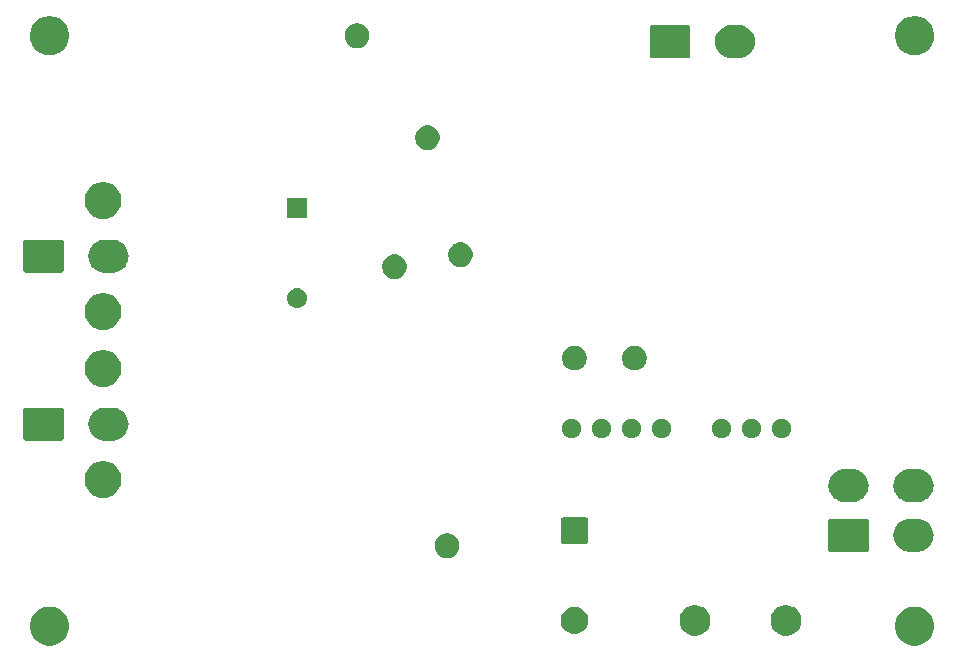
<source format=gbs>
G04 #@! TF.GenerationSoftware,KiCad,Pcbnew,(5.1.2)-2*
G04 #@! TF.CreationDate,2019-08-12T14:05:45+10:00*
G04 #@! TF.ProjectId,TSAL-HVM,5453414c-2d48-4564-9d2e-6b696361645f,rev?*
G04 #@! TF.SameCoordinates,Original*
G04 #@! TF.FileFunction,Soldermask,Bot*
G04 #@! TF.FilePolarity,Negative*
%FSLAX46Y46*%
G04 Gerber Fmt 4.6, Leading zero omitted, Abs format (unit mm)*
G04 Created by KiCad (PCBNEW (5.1.2)-2) date 2019-08-12 14:05:45*
%MOMM*%
%LPD*%
G04 APERTURE LIST*
%ADD10C,0.100000*%
G04 APERTURE END LIST*
D10*
G36*
X125695256Y-92841298D02*
G01*
X125801579Y-92862447D01*
X126102042Y-92986903D01*
X126372451Y-93167585D01*
X126602415Y-93397549D01*
X126783097Y-93667958D01*
X126907553Y-93968421D01*
X126971000Y-94287391D01*
X126971000Y-94612609D01*
X126907553Y-94931579D01*
X126783097Y-95232042D01*
X126602415Y-95502451D01*
X126372451Y-95732415D01*
X126102042Y-95913097D01*
X125801579Y-96037553D01*
X125695256Y-96058702D01*
X125482611Y-96101000D01*
X125157389Y-96101000D01*
X124944744Y-96058702D01*
X124838421Y-96037553D01*
X124537958Y-95913097D01*
X124267549Y-95732415D01*
X124037585Y-95502451D01*
X123856903Y-95232042D01*
X123732447Y-94931579D01*
X123669000Y-94612609D01*
X123669000Y-94287391D01*
X123732447Y-93968421D01*
X123856903Y-93667958D01*
X124037585Y-93397549D01*
X124267549Y-93167585D01*
X124537958Y-92986903D01*
X124838421Y-92862447D01*
X124944744Y-92841298D01*
X125157389Y-92799000D01*
X125482611Y-92799000D01*
X125695256Y-92841298D01*
X125695256Y-92841298D01*
G37*
G36*
X52445256Y-92841298D02*
G01*
X52551579Y-92862447D01*
X52852042Y-92986903D01*
X53122451Y-93167585D01*
X53352415Y-93397549D01*
X53533097Y-93667958D01*
X53657553Y-93968421D01*
X53721000Y-94287391D01*
X53721000Y-94612609D01*
X53657553Y-94931579D01*
X53533097Y-95232042D01*
X53352415Y-95502451D01*
X53122451Y-95732415D01*
X52852042Y-95913097D01*
X52551579Y-96037553D01*
X52445256Y-96058702D01*
X52232611Y-96101000D01*
X51907389Y-96101000D01*
X51694744Y-96058702D01*
X51588421Y-96037553D01*
X51287958Y-95913097D01*
X51017549Y-95732415D01*
X50787585Y-95502451D01*
X50606903Y-95232042D01*
X50482447Y-94931579D01*
X50419000Y-94612609D01*
X50419000Y-94287391D01*
X50482447Y-93968421D01*
X50606903Y-93667958D01*
X50787585Y-93397549D01*
X51017549Y-93167585D01*
X51287958Y-92986903D01*
X51588421Y-92862447D01*
X51694744Y-92841298D01*
X51907389Y-92799000D01*
X52232611Y-92799000D01*
X52445256Y-92841298D01*
X52445256Y-92841298D01*
G37*
G36*
X114799487Y-92708996D02*
G01*
X115016775Y-92799000D01*
X115036255Y-92807069D01*
X115105343Y-92853232D01*
X115249339Y-92949447D01*
X115430553Y-93130661D01*
X115572932Y-93343747D01*
X115671004Y-93580513D01*
X115721000Y-93831861D01*
X115721000Y-94088139D01*
X115671004Y-94339487D01*
X115602362Y-94505203D01*
X115572931Y-94576255D01*
X115430553Y-94789339D01*
X115249339Y-94970553D01*
X115036255Y-95112931D01*
X115036254Y-95112932D01*
X115036253Y-95112932D01*
X114799487Y-95211004D01*
X114548139Y-95261000D01*
X114291861Y-95261000D01*
X114040513Y-95211004D01*
X113803747Y-95112932D01*
X113803746Y-95112932D01*
X113803745Y-95112931D01*
X113590661Y-94970553D01*
X113409447Y-94789339D01*
X113267069Y-94576255D01*
X113237638Y-94505203D01*
X113168996Y-94339487D01*
X113119000Y-94088139D01*
X113119000Y-93831861D01*
X113168996Y-93580513D01*
X113267068Y-93343747D01*
X113409447Y-93130661D01*
X113590661Y-92949447D01*
X113734657Y-92853232D01*
X113803745Y-92807069D01*
X113823225Y-92799000D01*
X114040513Y-92708996D01*
X114291861Y-92659000D01*
X114548139Y-92659000D01*
X114799487Y-92708996D01*
X114799487Y-92708996D01*
G37*
G36*
X107099487Y-92708996D02*
G01*
X107316775Y-92799000D01*
X107336255Y-92807069D01*
X107405343Y-92853232D01*
X107549339Y-92949447D01*
X107730553Y-93130661D01*
X107872932Y-93343747D01*
X107971004Y-93580513D01*
X108021000Y-93831861D01*
X108021000Y-94088139D01*
X107971004Y-94339487D01*
X107902362Y-94505203D01*
X107872931Y-94576255D01*
X107730553Y-94789339D01*
X107549339Y-94970553D01*
X107336255Y-95112931D01*
X107336254Y-95112932D01*
X107336253Y-95112932D01*
X107099487Y-95211004D01*
X106848139Y-95261000D01*
X106591861Y-95261000D01*
X106340513Y-95211004D01*
X106103747Y-95112932D01*
X106103746Y-95112932D01*
X106103745Y-95112931D01*
X105890661Y-94970553D01*
X105709447Y-94789339D01*
X105567069Y-94576255D01*
X105537638Y-94505203D01*
X105468996Y-94339487D01*
X105419000Y-94088139D01*
X105419000Y-93831861D01*
X105468996Y-93580513D01*
X105567068Y-93343747D01*
X105709447Y-93130661D01*
X105890661Y-92949447D01*
X106034657Y-92853232D01*
X106103745Y-92807069D01*
X106123225Y-92799000D01*
X106340513Y-92708996D01*
X106591861Y-92659000D01*
X106848139Y-92659000D01*
X107099487Y-92708996D01*
X107099487Y-92708996D01*
G37*
G36*
X96744549Y-92831116D02*
G01*
X96855734Y-92853232D01*
X97065203Y-92939997D01*
X97253720Y-93065960D01*
X97414040Y-93226280D01*
X97540003Y-93414797D01*
X97540004Y-93414799D01*
X97626768Y-93624267D01*
X97671000Y-93846635D01*
X97671000Y-94073365D01*
X97668061Y-94088139D01*
X97626768Y-94295734D01*
X97540003Y-94505203D01*
X97414040Y-94693720D01*
X97253720Y-94854040D01*
X97065203Y-94980003D01*
X96855734Y-95066768D01*
X96744549Y-95088884D01*
X96633365Y-95111000D01*
X96406635Y-95111000D01*
X96295451Y-95088884D01*
X96184266Y-95066768D01*
X95974797Y-94980003D01*
X95786280Y-94854040D01*
X95625960Y-94693720D01*
X95499997Y-94505203D01*
X95413232Y-94295734D01*
X95371939Y-94088139D01*
X95369000Y-94073365D01*
X95369000Y-93846635D01*
X95413232Y-93624267D01*
X95499996Y-93414799D01*
X95499997Y-93414797D01*
X95625960Y-93226280D01*
X95786280Y-93065960D01*
X95974797Y-92939997D01*
X96184266Y-92853232D01*
X96295451Y-92831116D01*
X96406635Y-92809000D01*
X96633365Y-92809000D01*
X96744549Y-92831116D01*
X96744549Y-92831116D01*
G37*
G36*
X86031564Y-86619389D02*
G01*
X86222833Y-86698615D01*
X86222835Y-86698616D01*
X86394973Y-86813635D01*
X86541365Y-86960027D01*
X86656385Y-87132167D01*
X86735611Y-87323436D01*
X86776000Y-87526484D01*
X86776000Y-87733516D01*
X86735611Y-87936564D01*
X86687180Y-88053486D01*
X86656384Y-88127835D01*
X86541365Y-88299973D01*
X86394973Y-88446365D01*
X86222835Y-88561384D01*
X86222834Y-88561385D01*
X86222833Y-88561385D01*
X86031564Y-88640611D01*
X85828516Y-88681000D01*
X85621484Y-88681000D01*
X85418436Y-88640611D01*
X85227167Y-88561385D01*
X85227166Y-88561385D01*
X85227165Y-88561384D01*
X85055027Y-88446365D01*
X84908635Y-88299973D01*
X84793616Y-88127835D01*
X84762820Y-88053486D01*
X84714389Y-87936564D01*
X84674000Y-87733516D01*
X84674000Y-87526484D01*
X84714389Y-87323436D01*
X84793615Y-87132167D01*
X84908635Y-86960027D01*
X85055027Y-86813635D01*
X85227165Y-86698616D01*
X85227167Y-86698615D01*
X85418436Y-86619389D01*
X85621484Y-86579000D01*
X85828516Y-86579000D01*
X86031564Y-86619389D01*
X86031564Y-86619389D01*
G37*
G36*
X125693731Y-85359136D02*
G01*
X125796644Y-85369272D01*
X125986604Y-85426896D01*
X126060737Y-85449384D01*
X126263625Y-85557830D01*
X126304120Y-85579475D01*
X126359691Y-85625082D01*
X126517450Y-85754550D01*
X126646918Y-85912309D01*
X126692525Y-85967880D01*
X126692526Y-85967882D01*
X126822616Y-86211263D01*
X126822617Y-86211267D01*
X126902728Y-86475356D01*
X126929778Y-86750000D01*
X126902728Y-87024644D01*
X126870111Y-87132167D01*
X126822616Y-87288737D01*
X126728455Y-87464899D01*
X126692525Y-87532120D01*
X126646918Y-87587691D01*
X126517450Y-87745450D01*
X126359691Y-87874918D01*
X126304120Y-87920525D01*
X126304118Y-87920526D01*
X126060737Y-88050616D01*
X125992017Y-88071462D01*
X125796644Y-88130728D01*
X125693731Y-88140864D01*
X125590820Y-88151000D01*
X124853180Y-88151000D01*
X124750269Y-88140864D01*
X124647356Y-88130728D01*
X124451983Y-88071462D01*
X124383263Y-88050616D01*
X124139882Y-87920526D01*
X124139880Y-87920525D01*
X124084309Y-87874918D01*
X123926550Y-87745450D01*
X123797082Y-87587691D01*
X123751475Y-87532120D01*
X123715545Y-87464899D01*
X123621384Y-87288737D01*
X123573889Y-87132167D01*
X123541272Y-87024644D01*
X123514222Y-86750000D01*
X123541272Y-86475356D01*
X123621383Y-86211267D01*
X123621384Y-86211263D01*
X123751474Y-85967882D01*
X123751475Y-85967880D01*
X123797082Y-85912309D01*
X123926550Y-85754550D01*
X124084309Y-85625082D01*
X124139880Y-85579475D01*
X124180375Y-85557830D01*
X124383263Y-85449384D01*
X124457396Y-85426896D01*
X124647356Y-85369272D01*
X124750269Y-85359136D01*
X124853180Y-85349000D01*
X125590820Y-85349000D01*
X125693731Y-85359136D01*
X125693731Y-85359136D01*
G37*
G36*
X121296031Y-85352621D02*
G01*
X121325486Y-85361556D01*
X121352623Y-85376062D01*
X121376414Y-85395586D01*
X121395938Y-85419377D01*
X121410444Y-85446514D01*
X121419379Y-85475969D01*
X121423000Y-85512734D01*
X121423000Y-87987266D01*
X121419379Y-88024031D01*
X121410444Y-88053486D01*
X121395938Y-88080623D01*
X121376414Y-88104414D01*
X121352623Y-88123938D01*
X121325486Y-88138444D01*
X121296031Y-88147379D01*
X121259266Y-88151000D01*
X118184734Y-88151000D01*
X118147969Y-88147379D01*
X118118514Y-88138444D01*
X118091377Y-88123938D01*
X118067586Y-88104414D01*
X118048062Y-88080623D01*
X118033556Y-88053486D01*
X118024621Y-88024031D01*
X118021000Y-87987266D01*
X118021000Y-85512734D01*
X118024621Y-85475969D01*
X118033556Y-85446514D01*
X118048062Y-85419377D01*
X118067586Y-85395586D01*
X118091377Y-85376062D01*
X118118514Y-85361556D01*
X118147969Y-85352621D01*
X118184734Y-85349000D01*
X121259266Y-85349000D01*
X121296031Y-85352621D01*
X121296031Y-85352621D01*
G37*
G36*
X97453104Y-85214792D02*
G01*
X97503748Y-85230154D01*
X97550420Y-85255101D01*
X97591327Y-85288673D01*
X97624899Y-85329580D01*
X97649846Y-85376252D01*
X97665208Y-85426896D01*
X97671000Y-85485701D01*
X97671000Y-87234299D01*
X97665208Y-87293104D01*
X97649846Y-87343748D01*
X97624899Y-87390420D01*
X97591327Y-87431327D01*
X97550420Y-87464899D01*
X97503748Y-87489846D01*
X97453104Y-87505208D01*
X97394299Y-87511000D01*
X95645701Y-87511000D01*
X95586896Y-87505208D01*
X95536252Y-87489846D01*
X95489580Y-87464899D01*
X95448673Y-87431327D01*
X95415101Y-87390420D01*
X95390154Y-87343748D01*
X95374792Y-87293104D01*
X95369000Y-87234299D01*
X95369000Y-85485701D01*
X95374792Y-85426896D01*
X95390154Y-85376252D01*
X95415101Y-85329580D01*
X95448673Y-85288673D01*
X95489580Y-85255101D01*
X95536252Y-85230154D01*
X95586896Y-85214792D01*
X95645701Y-85209000D01*
X97394299Y-85209000D01*
X97453104Y-85214792D01*
X97453104Y-85214792D01*
G37*
G36*
X125693731Y-81159136D02*
G01*
X125796644Y-81169272D01*
X125992017Y-81228538D01*
X126060737Y-81249384D01*
X126290202Y-81372036D01*
X126304120Y-81379475D01*
X126359691Y-81425082D01*
X126517450Y-81554550D01*
X126646918Y-81712309D01*
X126692525Y-81767880D01*
X126692526Y-81767882D01*
X126822616Y-82011263D01*
X126822617Y-82011267D01*
X126902728Y-82275356D01*
X126929778Y-82550000D01*
X126902728Y-82824644D01*
X126843462Y-83020017D01*
X126822616Y-83088737D01*
X126737627Y-83247740D01*
X126692525Y-83332120D01*
X126646918Y-83387691D01*
X126517450Y-83545450D01*
X126359691Y-83674918D01*
X126304120Y-83720525D01*
X126304118Y-83720526D01*
X126060737Y-83850616D01*
X125992017Y-83871462D01*
X125796644Y-83930728D01*
X125693731Y-83940864D01*
X125590820Y-83951000D01*
X124853180Y-83951000D01*
X124750269Y-83940864D01*
X124647356Y-83930728D01*
X124451983Y-83871462D01*
X124383263Y-83850616D01*
X124139882Y-83720526D01*
X124139880Y-83720525D01*
X124084309Y-83674918D01*
X123926550Y-83545450D01*
X123797082Y-83387691D01*
X123751475Y-83332120D01*
X123706373Y-83247740D01*
X123621384Y-83088737D01*
X123600538Y-83020017D01*
X123541272Y-82824644D01*
X123514222Y-82550000D01*
X123541272Y-82275356D01*
X123621383Y-82011267D01*
X123621384Y-82011263D01*
X123751474Y-81767882D01*
X123751475Y-81767880D01*
X123797082Y-81712309D01*
X123926550Y-81554550D01*
X124084309Y-81425082D01*
X124139880Y-81379475D01*
X124153798Y-81372036D01*
X124383263Y-81249384D01*
X124451983Y-81228538D01*
X124647356Y-81169272D01*
X124750269Y-81159136D01*
X124853180Y-81149000D01*
X125590820Y-81149000D01*
X125693731Y-81159136D01*
X125693731Y-81159136D01*
G37*
G36*
X120193731Y-81159136D02*
G01*
X120296644Y-81169272D01*
X120492017Y-81228538D01*
X120560737Y-81249384D01*
X120790202Y-81372036D01*
X120804120Y-81379475D01*
X120859691Y-81425082D01*
X121017450Y-81554550D01*
X121146918Y-81712309D01*
X121192525Y-81767880D01*
X121192526Y-81767882D01*
X121322616Y-82011263D01*
X121322617Y-82011267D01*
X121402728Y-82275356D01*
X121429778Y-82550000D01*
X121402728Y-82824644D01*
X121343462Y-83020017D01*
X121322616Y-83088737D01*
X121237627Y-83247740D01*
X121192525Y-83332120D01*
X121146918Y-83387691D01*
X121017450Y-83545450D01*
X120859691Y-83674918D01*
X120804120Y-83720525D01*
X120804118Y-83720526D01*
X120560737Y-83850616D01*
X120492017Y-83871462D01*
X120296644Y-83930728D01*
X120193731Y-83940864D01*
X120090820Y-83951000D01*
X119353180Y-83951000D01*
X119250269Y-83940864D01*
X119147356Y-83930728D01*
X118951983Y-83871462D01*
X118883263Y-83850616D01*
X118639882Y-83720526D01*
X118639880Y-83720525D01*
X118584309Y-83674918D01*
X118426550Y-83545450D01*
X118297082Y-83387691D01*
X118251475Y-83332120D01*
X118206373Y-83247740D01*
X118121384Y-83088737D01*
X118100538Y-83020017D01*
X118041272Y-82824644D01*
X118014222Y-82550000D01*
X118041272Y-82275356D01*
X118121383Y-82011267D01*
X118121384Y-82011263D01*
X118251474Y-81767882D01*
X118251475Y-81767880D01*
X118297082Y-81712309D01*
X118426550Y-81554550D01*
X118584309Y-81425082D01*
X118639880Y-81379475D01*
X118653798Y-81372036D01*
X118883263Y-81249384D01*
X118951983Y-81228538D01*
X119147356Y-81169272D01*
X119250269Y-81159136D01*
X119353180Y-81149000D01*
X120090820Y-81149000D01*
X120193731Y-81159136D01*
X120193731Y-81159136D01*
G37*
G36*
X56904585Y-80521802D02*
G01*
X57054410Y-80551604D01*
X57336674Y-80668521D01*
X57590705Y-80838259D01*
X57806741Y-81054295D01*
X57976479Y-81308326D01*
X58093396Y-81590590D01*
X58153000Y-81890240D01*
X58153000Y-82195760D01*
X58093396Y-82495410D01*
X57976479Y-82777674D01*
X57806741Y-83031705D01*
X57590705Y-83247741D01*
X57336674Y-83417479D01*
X57054410Y-83534396D01*
X56904585Y-83564198D01*
X56754761Y-83594000D01*
X56449239Y-83594000D01*
X56299415Y-83564198D01*
X56149590Y-83534396D01*
X55867326Y-83417479D01*
X55613295Y-83247741D01*
X55397259Y-83031705D01*
X55227521Y-82777674D01*
X55110604Y-82495410D01*
X55051000Y-82195760D01*
X55051000Y-81890240D01*
X55110604Y-81590590D01*
X55227521Y-81308326D01*
X55397259Y-81054295D01*
X55613295Y-80838259D01*
X55867326Y-80668521D01*
X56149590Y-80551604D01*
X56299415Y-80521802D01*
X56449239Y-80492000D01*
X56754761Y-80492000D01*
X56904585Y-80521802D01*
X56904585Y-80521802D01*
G37*
G36*
X57533731Y-75952136D02*
G01*
X57636644Y-75962272D01*
X57832017Y-76021538D01*
X57900737Y-76042384D01*
X58103625Y-76150830D01*
X58144120Y-76172475D01*
X58199691Y-76218082D01*
X58357450Y-76347550D01*
X58486918Y-76505309D01*
X58532525Y-76560880D01*
X58532526Y-76560882D01*
X58662616Y-76804263D01*
X58662617Y-76804267D01*
X58742728Y-77068356D01*
X58769778Y-77343000D01*
X58742728Y-77617644D01*
X58734755Y-77643926D01*
X58662616Y-77881737D01*
X58541088Y-78109100D01*
X58532525Y-78125120D01*
X58486918Y-78180691D01*
X58357450Y-78338450D01*
X58228262Y-78444471D01*
X58144120Y-78513525D01*
X58144118Y-78513526D01*
X57900737Y-78643616D01*
X57832017Y-78664462D01*
X57636644Y-78723728D01*
X57533731Y-78733864D01*
X57430820Y-78744000D01*
X56693180Y-78744000D01*
X56590269Y-78733864D01*
X56487356Y-78723728D01*
X56291983Y-78664462D01*
X56223263Y-78643616D01*
X55979882Y-78513526D01*
X55979880Y-78513525D01*
X55895738Y-78444471D01*
X55766550Y-78338450D01*
X55637082Y-78180691D01*
X55591475Y-78125120D01*
X55582912Y-78109100D01*
X55461384Y-77881737D01*
X55389245Y-77643926D01*
X55381272Y-77617644D01*
X55354222Y-77343000D01*
X55381272Y-77068356D01*
X55461383Y-76804267D01*
X55461384Y-76804263D01*
X55591474Y-76560882D01*
X55591475Y-76560880D01*
X55637082Y-76505309D01*
X55766550Y-76347550D01*
X55924309Y-76218082D01*
X55979880Y-76172475D01*
X56020375Y-76150830D01*
X56223263Y-76042384D01*
X56291983Y-76021538D01*
X56487356Y-75962272D01*
X56590269Y-75952136D01*
X56693180Y-75942000D01*
X57430820Y-75942000D01*
X57533731Y-75952136D01*
X57533731Y-75952136D01*
G37*
G36*
X53136031Y-75945621D02*
G01*
X53165486Y-75954556D01*
X53192623Y-75969062D01*
X53216414Y-75988586D01*
X53235938Y-76012377D01*
X53250444Y-76039514D01*
X53259379Y-76068969D01*
X53263000Y-76105734D01*
X53263000Y-78580266D01*
X53259379Y-78617031D01*
X53250444Y-78646486D01*
X53235938Y-78673623D01*
X53216414Y-78697414D01*
X53192623Y-78716938D01*
X53165486Y-78731444D01*
X53136031Y-78740379D01*
X53099266Y-78744000D01*
X50024734Y-78744000D01*
X49987969Y-78740379D01*
X49958514Y-78731444D01*
X49931377Y-78716938D01*
X49907586Y-78697414D01*
X49888062Y-78673623D01*
X49873556Y-78646486D01*
X49864621Y-78617031D01*
X49861000Y-78580266D01*
X49861000Y-76105734D01*
X49864621Y-76068969D01*
X49873556Y-76039514D01*
X49888062Y-76012377D01*
X49907586Y-75988586D01*
X49931377Y-75969062D01*
X49958514Y-75954556D01*
X49987969Y-75945621D01*
X50024734Y-75942000D01*
X53099266Y-75942000D01*
X53136031Y-75945621D01*
X53136031Y-75945621D01*
G37*
G36*
X101583142Y-76942242D02*
G01*
X101731101Y-77003529D01*
X101864255Y-77092499D01*
X101977501Y-77205745D01*
X102066471Y-77338899D01*
X102127758Y-77486858D01*
X102159000Y-77643925D01*
X102159000Y-77804075D01*
X102127758Y-77961142D01*
X102066471Y-78109101D01*
X101977501Y-78242255D01*
X101864255Y-78355501D01*
X101731101Y-78444471D01*
X101583142Y-78505758D01*
X101426075Y-78537000D01*
X101265925Y-78537000D01*
X101108858Y-78505758D01*
X100960899Y-78444471D01*
X100827745Y-78355501D01*
X100714499Y-78242255D01*
X100625529Y-78109101D01*
X100564242Y-77961142D01*
X100533000Y-77804075D01*
X100533000Y-77643925D01*
X100564242Y-77486858D01*
X100625529Y-77338899D01*
X100714499Y-77205745D01*
X100827745Y-77092499D01*
X100960899Y-77003529D01*
X101108858Y-76942242D01*
X101265925Y-76911000D01*
X101426075Y-76911000D01*
X101583142Y-76942242D01*
X101583142Y-76942242D01*
G37*
G36*
X99043142Y-76942242D02*
G01*
X99191101Y-77003529D01*
X99324255Y-77092499D01*
X99437501Y-77205745D01*
X99526471Y-77338899D01*
X99587758Y-77486858D01*
X99619000Y-77643925D01*
X99619000Y-77804075D01*
X99587758Y-77961142D01*
X99526471Y-78109101D01*
X99437501Y-78242255D01*
X99324255Y-78355501D01*
X99191101Y-78444471D01*
X99043142Y-78505758D01*
X98886075Y-78537000D01*
X98725925Y-78537000D01*
X98568858Y-78505758D01*
X98420899Y-78444471D01*
X98287745Y-78355501D01*
X98174499Y-78242255D01*
X98085529Y-78109101D01*
X98024242Y-77961142D01*
X97993000Y-77804075D01*
X97993000Y-77643925D01*
X98024242Y-77486858D01*
X98085529Y-77338899D01*
X98174499Y-77205745D01*
X98287745Y-77092499D01*
X98420899Y-77003529D01*
X98568858Y-76942242D01*
X98725925Y-76911000D01*
X98886075Y-76911000D01*
X99043142Y-76942242D01*
X99043142Y-76942242D01*
G37*
G36*
X104123142Y-76942242D02*
G01*
X104271101Y-77003529D01*
X104404255Y-77092499D01*
X104517501Y-77205745D01*
X104606471Y-77338899D01*
X104667758Y-77486858D01*
X104699000Y-77643925D01*
X104699000Y-77804075D01*
X104667758Y-77961142D01*
X104606471Y-78109101D01*
X104517501Y-78242255D01*
X104404255Y-78355501D01*
X104271101Y-78444471D01*
X104123142Y-78505758D01*
X103966075Y-78537000D01*
X103805925Y-78537000D01*
X103648858Y-78505758D01*
X103500899Y-78444471D01*
X103367745Y-78355501D01*
X103254499Y-78242255D01*
X103165529Y-78109101D01*
X103104242Y-77961142D01*
X103073000Y-77804075D01*
X103073000Y-77643925D01*
X103104242Y-77486858D01*
X103165529Y-77338899D01*
X103254499Y-77205745D01*
X103367745Y-77092499D01*
X103500899Y-77003529D01*
X103648858Y-76942242D01*
X103805925Y-76911000D01*
X103966075Y-76911000D01*
X104123142Y-76942242D01*
X104123142Y-76942242D01*
G37*
G36*
X111743142Y-76942242D02*
G01*
X111891101Y-77003529D01*
X112024255Y-77092499D01*
X112137501Y-77205745D01*
X112226471Y-77338899D01*
X112287758Y-77486858D01*
X112319000Y-77643925D01*
X112319000Y-77804075D01*
X112287758Y-77961142D01*
X112226471Y-78109101D01*
X112137501Y-78242255D01*
X112024255Y-78355501D01*
X111891101Y-78444471D01*
X111743142Y-78505758D01*
X111586075Y-78537000D01*
X111425925Y-78537000D01*
X111268858Y-78505758D01*
X111120899Y-78444471D01*
X110987745Y-78355501D01*
X110874499Y-78242255D01*
X110785529Y-78109101D01*
X110724242Y-77961142D01*
X110693000Y-77804075D01*
X110693000Y-77643925D01*
X110724242Y-77486858D01*
X110785529Y-77338899D01*
X110874499Y-77205745D01*
X110987745Y-77092499D01*
X111120899Y-77003529D01*
X111268858Y-76942242D01*
X111425925Y-76911000D01*
X111586075Y-76911000D01*
X111743142Y-76942242D01*
X111743142Y-76942242D01*
G37*
G36*
X114283142Y-76942242D02*
G01*
X114431101Y-77003529D01*
X114564255Y-77092499D01*
X114677501Y-77205745D01*
X114766471Y-77338899D01*
X114827758Y-77486858D01*
X114859000Y-77643925D01*
X114859000Y-77804075D01*
X114827758Y-77961142D01*
X114766471Y-78109101D01*
X114677501Y-78242255D01*
X114564255Y-78355501D01*
X114431101Y-78444471D01*
X114283142Y-78505758D01*
X114126075Y-78537000D01*
X113965925Y-78537000D01*
X113808858Y-78505758D01*
X113660899Y-78444471D01*
X113527745Y-78355501D01*
X113414499Y-78242255D01*
X113325529Y-78109101D01*
X113264242Y-77961142D01*
X113233000Y-77804075D01*
X113233000Y-77643925D01*
X113264242Y-77486858D01*
X113325529Y-77338899D01*
X113414499Y-77205745D01*
X113527745Y-77092499D01*
X113660899Y-77003529D01*
X113808858Y-76942242D01*
X113965925Y-76911000D01*
X114126075Y-76911000D01*
X114283142Y-76942242D01*
X114283142Y-76942242D01*
G37*
G36*
X96503142Y-76942242D02*
G01*
X96651101Y-77003529D01*
X96784255Y-77092499D01*
X96897501Y-77205745D01*
X96986471Y-77338899D01*
X97047758Y-77486858D01*
X97079000Y-77643925D01*
X97079000Y-77804075D01*
X97047758Y-77961142D01*
X96986471Y-78109101D01*
X96897501Y-78242255D01*
X96784255Y-78355501D01*
X96651101Y-78444471D01*
X96503142Y-78505758D01*
X96346075Y-78537000D01*
X96185925Y-78537000D01*
X96028858Y-78505758D01*
X95880899Y-78444471D01*
X95747745Y-78355501D01*
X95634499Y-78242255D01*
X95545529Y-78109101D01*
X95484242Y-77961142D01*
X95453000Y-77804075D01*
X95453000Y-77643925D01*
X95484242Y-77486858D01*
X95545529Y-77338899D01*
X95634499Y-77205745D01*
X95747745Y-77092499D01*
X95880899Y-77003529D01*
X96028858Y-76942242D01*
X96185925Y-76911000D01*
X96346075Y-76911000D01*
X96503142Y-76942242D01*
X96503142Y-76942242D01*
G37*
G36*
X109203142Y-76942242D02*
G01*
X109351101Y-77003529D01*
X109484255Y-77092499D01*
X109597501Y-77205745D01*
X109686471Y-77338899D01*
X109747758Y-77486858D01*
X109779000Y-77643925D01*
X109779000Y-77804075D01*
X109747758Y-77961142D01*
X109686471Y-78109101D01*
X109597501Y-78242255D01*
X109484255Y-78355501D01*
X109351101Y-78444471D01*
X109203142Y-78505758D01*
X109046075Y-78537000D01*
X108885925Y-78537000D01*
X108728858Y-78505758D01*
X108580899Y-78444471D01*
X108447745Y-78355501D01*
X108334499Y-78242255D01*
X108245529Y-78109101D01*
X108184242Y-77961142D01*
X108153000Y-77804075D01*
X108153000Y-77643925D01*
X108184242Y-77486858D01*
X108245529Y-77338899D01*
X108334499Y-77205745D01*
X108447745Y-77092499D01*
X108580899Y-77003529D01*
X108728858Y-76942242D01*
X108885925Y-76911000D01*
X109046075Y-76911000D01*
X109203142Y-76942242D01*
X109203142Y-76942242D01*
G37*
G36*
X56904585Y-71121802D02*
G01*
X57054410Y-71151604D01*
X57336674Y-71268521D01*
X57590705Y-71438259D01*
X57806741Y-71654295D01*
X57976479Y-71908326D01*
X58093396Y-72190590D01*
X58153000Y-72490240D01*
X58153000Y-72795760D01*
X58093396Y-73095410D01*
X57976479Y-73377674D01*
X57806741Y-73631705D01*
X57590705Y-73847741D01*
X57336674Y-74017479D01*
X57054410Y-74134396D01*
X56904585Y-74164198D01*
X56754761Y-74194000D01*
X56449239Y-74194000D01*
X56299415Y-74164198D01*
X56149590Y-74134396D01*
X55867326Y-74017479D01*
X55613295Y-73847741D01*
X55397259Y-73631705D01*
X55227521Y-73377674D01*
X55110604Y-73095410D01*
X55051000Y-72795760D01*
X55051000Y-72490240D01*
X55110604Y-72190590D01*
X55227521Y-71908326D01*
X55397259Y-71654295D01*
X55613295Y-71438259D01*
X55867326Y-71268521D01*
X56149590Y-71151604D01*
X56299415Y-71121802D01*
X56449239Y-71092000D01*
X56754761Y-71092000D01*
X56904585Y-71121802D01*
X56904585Y-71121802D01*
G37*
G36*
X96826564Y-70744389D02*
G01*
X97017833Y-70823615D01*
X97017835Y-70823616D01*
X97189973Y-70938635D01*
X97336365Y-71085027D01*
X97451385Y-71257167D01*
X97530611Y-71448436D01*
X97571000Y-71651484D01*
X97571000Y-71858516D01*
X97530611Y-72061564D01*
X97477167Y-72190590D01*
X97451384Y-72252835D01*
X97336365Y-72424973D01*
X97189973Y-72571365D01*
X97017835Y-72686384D01*
X97017834Y-72686385D01*
X97017833Y-72686385D01*
X96826564Y-72765611D01*
X96623516Y-72806000D01*
X96416484Y-72806000D01*
X96213436Y-72765611D01*
X96022167Y-72686385D01*
X96022166Y-72686385D01*
X96022165Y-72686384D01*
X95850027Y-72571365D01*
X95703635Y-72424973D01*
X95588616Y-72252835D01*
X95562833Y-72190590D01*
X95509389Y-72061564D01*
X95469000Y-71858516D01*
X95469000Y-71651484D01*
X95509389Y-71448436D01*
X95588615Y-71257167D01*
X95703635Y-71085027D01*
X95850027Y-70938635D01*
X96022165Y-70823616D01*
X96022167Y-70823615D01*
X96213436Y-70744389D01*
X96416484Y-70704000D01*
X96623516Y-70704000D01*
X96826564Y-70744389D01*
X96826564Y-70744389D01*
G37*
G36*
X101906564Y-70744389D02*
G01*
X102097833Y-70823615D01*
X102097835Y-70823616D01*
X102269973Y-70938635D01*
X102416365Y-71085027D01*
X102531385Y-71257167D01*
X102610611Y-71448436D01*
X102651000Y-71651484D01*
X102651000Y-71858516D01*
X102610611Y-72061564D01*
X102557167Y-72190590D01*
X102531384Y-72252835D01*
X102416365Y-72424973D01*
X102269973Y-72571365D01*
X102097835Y-72686384D01*
X102097834Y-72686385D01*
X102097833Y-72686385D01*
X101906564Y-72765611D01*
X101703516Y-72806000D01*
X101496484Y-72806000D01*
X101293436Y-72765611D01*
X101102167Y-72686385D01*
X101102166Y-72686385D01*
X101102165Y-72686384D01*
X100930027Y-72571365D01*
X100783635Y-72424973D01*
X100668616Y-72252835D01*
X100642833Y-72190590D01*
X100589389Y-72061564D01*
X100549000Y-71858516D01*
X100549000Y-71651484D01*
X100589389Y-71448436D01*
X100668615Y-71257167D01*
X100783635Y-71085027D01*
X100930027Y-70938635D01*
X101102165Y-70823616D01*
X101102167Y-70823615D01*
X101293436Y-70744389D01*
X101496484Y-70704000D01*
X101703516Y-70704000D01*
X101906564Y-70744389D01*
X101906564Y-70744389D01*
G37*
G36*
X56904585Y-66297802D02*
G01*
X57054410Y-66327604D01*
X57336674Y-66444521D01*
X57590705Y-66614259D01*
X57806741Y-66830295D01*
X57976479Y-67084326D01*
X58093396Y-67366590D01*
X58153000Y-67666240D01*
X58153000Y-67971760D01*
X58093396Y-68271410D01*
X57976479Y-68553674D01*
X57806741Y-68807705D01*
X57590705Y-69023741D01*
X57336674Y-69193479D01*
X57054410Y-69310396D01*
X56904585Y-69340198D01*
X56754761Y-69370000D01*
X56449239Y-69370000D01*
X56299415Y-69340198D01*
X56149590Y-69310396D01*
X55867326Y-69193479D01*
X55613295Y-69023741D01*
X55397259Y-68807705D01*
X55227521Y-68553674D01*
X55110604Y-68271410D01*
X55051000Y-67971760D01*
X55051000Y-67666240D01*
X55110604Y-67366590D01*
X55227521Y-67084326D01*
X55397259Y-66830295D01*
X55613295Y-66614259D01*
X55867326Y-66444521D01*
X56149590Y-66327604D01*
X56299415Y-66297802D01*
X56449239Y-66268000D01*
X56754761Y-66268000D01*
X56904585Y-66297802D01*
X56904585Y-66297802D01*
G37*
G36*
X73191823Y-65836313D02*
G01*
X73352242Y-65884976D01*
X73484906Y-65955886D01*
X73500078Y-65963996D01*
X73629659Y-66070341D01*
X73736004Y-66199922D01*
X73736005Y-66199924D01*
X73815024Y-66347758D01*
X73863687Y-66508177D01*
X73880117Y-66675000D01*
X73863687Y-66841823D01*
X73815024Y-67002242D01*
X73771149Y-67084326D01*
X73736004Y-67150078D01*
X73629659Y-67279659D01*
X73500078Y-67386004D01*
X73500076Y-67386005D01*
X73352242Y-67465024D01*
X73191823Y-67513687D01*
X73066804Y-67526000D01*
X72983196Y-67526000D01*
X72858177Y-67513687D01*
X72697758Y-67465024D01*
X72549924Y-67386005D01*
X72549922Y-67386004D01*
X72420341Y-67279659D01*
X72313996Y-67150078D01*
X72278851Y-67084326D01*
X72234976Y-67002242D01*
X72186313Y-66841823D01*
X72169883Y-66675000D01*
X72186313Y-66508177D01*
X72234976Y-66347758D01*
X72313995Y-66199924D01*
X72313996Y-66199922D01*
X72420341Y-66070341D01*
X72549922Y-65963996D01*
X72565094Y-65955886D01*
X72697758Y-65884976D01*
X72858177Y-65836313D01*
X72983196Y-65824000D01*
X73066804Y-65824000D01*
X73191823Y-65836313D01*
X73191823Y-65836313D01*
G37*
G36*
X81586564Y-62997389D02*
G01*
X81777833Y-63076615D01*
X81777835Y-63076616D01*
X81949973Y-63191635D01*
X82096365Y-63338027D01*
X82197799Y-63489833D01*
X82211385Y-63510167D01*
X82290611Y-63701436D01*
X82331000Y-63904484D01*
X82331000Y-64111516D01*
X82290611Y-64314564D01*
X82245908Y-64422486D01*
X82211384Y-64505835D01*
X82096365Y-64677973D01*
X81949973Y-64824365D01*
X81777835Y-64939384D01*
X81777834Y-64939385D01*
X81777833Y-64939385D01*
X81586564Y-65018611D01*
X81383516Y-65059000D01*
X81176484Y-65059000D01*
X80973436Y-65018611D01*
X80782167Y-64939385D01*
X80782166Y-64939385D01*
X80782165Y-64939384D01*
X80610027Y-64824365D01*
X80463635Y-64677973D01*
X80348616Y-64505835D01*
X80314092Y-64422486D01*
X80269389Y-64314564D01*
X80229000Y-64111516D01*
X80229000Y-63904484D01*
X80269389Y-63701436D01*
X80348615Y-63510167D01*
X80362202Y-63489833D01*
X80463635Y-63338027D01*
X80610027Y-63191635D01*
X80782165Y-63076616D01*
X80782167Y-63076615D01*
X80973436Y-62997389D01*
X81176484Y-62957000D01*
X81383516Y-62957000D01*
X81586564Y-62997389D01*
X81586564Y-62997389D01*
G37*
G36*
X53136031Y-61721621D02*
G01*
X53165486Y-61730556D01*
X53192623Y-61745062D01*
X53216414Y-61764586D01*
X53235938Y-61788377D01*
X53250444Y-61815514D01*
X53259379Y-61844969D01*
X53263000Y-61881734D01*
X53263000Y-64356266D01*
X53259379Y-64393031D01*
X53250444Y-64422486D01*
X53235938Y-64449623D01*
X53216414Y-64473414D01*
X53192623Y-64492938D01*
X53165486Y-64507444D01*
X53136031Y-64516379D01*
X53099266Y-64520000D01*
X50024734Y-64520000D01*
X49987969Y-64516379D01*
X49958514Y-64507444D01*
X49931377Y-64492938D01*
X49907586Y-64473414D01*
X49888062Y-64449623D01*
X49873556Y-64422486D01*
X49864621Y-64393031D01*
X49861000Y-64356266D01*
X49861000Y-61881734D01*
X49864621Y-61844969D01*
X49873556Y-61815514D01*
X49888062Y-61788377D01*
X49907586Y-61764586D01*
X49931377Y-61745062D01*
X49958514Y-61730556D01*
X49987969Y-61721621D01*
X50024734Y-61718000D01*
X53099266Y-61718000D01*
X53136031Y-61721621D01*
X53136031Y-61721621D01*
G37*
G36*
X57533731Y-61728136D02*
G01*
X57636644Y-61738272D01*
X57832017Y-61797538D01*
X57900737Y-61818384D01*
X58103625Y-61926830D01*
X58144120Y-61948475D01*
X58184227Y-61981390D01*
X58357450Y-62123550D01*
X58486918Y-62281309D01*
X58532525Y-62336880D01*
X58532526Y-62336882D01*
X58662616Y-62580263D01*
X58662617Y-62580267D01*
X58742728Y-62844356D01*
X58769778Y-63119000D01*
X58742728Y-63393644D01*
X58707381Y-63510167D01*
X58662616Y-63657737D01*
X58539964Y-63887202D01*
X58532525Y-63901120D01*
X58514253Y-63923384D01*
X58357450Y-64114450D01*
X58199691Y-64243918D01*
X58144120Y-64289525D01*
X58144118Y-64289526D01*
X57900737Y-64419616D01*
X57832017Y-64440462D01*
X57636644Y-64499728D01*
X57533731Y-64509864D01*
X57430820Y-64520000D01*
X56693180Y-64520000D01*
X56590269Y-64509864D01*
X56487356Y-64499728D01*
X56291983Y-64440462D01*
X56223263Y-64419616D01*
X55979882Y-64289526D01*
X55979880Y-64289525D01*
X55924309Y-64243918D01*
X55766550Y-64114450D01*
X55609747Y-63923384D01*
X55591475Y-63901120D01*
X55584036Y-63887202D01*
X55461384Y-63657737D01*
X55416619Y-63510167D01*
X55381272Y-63393644D01*
X55354222Y-63119000D01*
X55381272Y-62844356D01*
X55461383Y-62580267D01*
X55461384Y-62580263D01*
X55591474Y-62336882D01*
X55591475Y-62336880D01*
X55637082Y-62281309D01*
X55766550Y-62123550D01*
X55939773Y-61981390D01*
X55979880Y-61948475D01*
X56020375Y-61926830D01*
X56223263Y-61818384D01*
X56291983Y-61797538D01*
X56487356Y-61738272D01*
X56590269Y-61728136D01*
X56693180Y-61718000D01*
X57430820Y-61718000D01*
X57533731Y-61728136D01*
X57533731Y-61728136D01*
G37*
G36*
X87174564Y-61981389D02*
G01*
X87365833Y-62060615D01*
X87365835Y-62060616D01*
X87460022Y-62123550D01*
X87537973Y-62175635D01*
X87684365Y-62322027D01*
X87799385Y-62494167D01*
X87878611Y-62685436D01*
X87919000Y-62888484D01*
X87919000Y-63095516D01*
X87878611Y-63298564D01*
X87799385Y-63489833D01*
X87799384Y-63489835D01*
X87684365Y-63661973D01*
X87537973Y-63808365D01*
X87365835Y-63923384D01*
X87365834Y-63923385D01*
X87365833Y-63923385D01*
X87174564Y-64002611D01*
X86971516Y-64043000D01*
X86764484Y-64043000D01*
X86561436Y-64002611D01*
X86370167Y-63923385D01*
X86370166Y-63923385D01*
X86370165Y-63923384D01*
X86198027Y-63808365D01*
X86051635Y-63661973D01*
X85936616Y-63489835D01*
X85936615Y-63489833D01*
X85857389Y-63298564D01*
X85817000Y-63095516D01*
X85817000Y-62888484D01*
X85857389Y-62685436D01*
X85936615Y-62494167D01*
X86051635Y-62322027D01*
X86198027Y-62175635D01*
X86275978Y-62123550D01*
X86370165Y-62060616D01*
X86370167Y-62060615D01*
X86561436Y-61981389D01*
X86764484Y-61941000D01*
X86971516Y-61941000D01*
X87174564Y-61981389D01*
X87174564Y-61981389D01*
G37*
G36*
X56904585Y-56897802D02*
G01*
X57054410Y-56927604D01*
X57336674Y-57044521D01*
X57590705Y-57214259D01*
X57806741Y-57430295D01*
X57976479Y-57684326D01*
X58093396Y-57966590D01*
X58153000Y-58266240D01*
X58153000Y-58571760D01*
X58093396Y-58871410D01*
X57976479Y-59153674D01*
X57806741Y-59407705D01*
X57590705Y-59623741D01*
X57336674Y-59793479D01*
X57054410Y-59910396D01*
X56904585Y-59940198D01*
X56754761Y-59970000D01*
X56449239Y-59970000D01*
X56299415Y-59940198D01*
X56149590Y-59910396D01*
X55867326Y-59793479D01*
X55613295Y-59623741D01*
X55397259Y-59407705D01*
X55227521Y-59153674D01*
X55110604Y-58871410D01*
X55051000Y-58571760D01*
X55051000Y-58266240D01*
X55110604Y-57966590D01*
X55227521Y-57684326D01*
X55397259Y-57430295D01*
X55613295Y-57214259D01*
X55867326Y-57044521D01*
X56149590Y-56927604D01*
X56299415Y-56897802D01*
X56449239Y-56868000D01*
X56754761Y-56868000D01*
X56904585Y-56897802D01*
X56904585Y-56897802D01*
G37*
G36*
X73876000Y-59906000D02*
G01*
X72174000Y-59906000D01*
X72174000Y-58204000D01*
X73876000Y-58204000D01*
X73876000Y-59906000D01*
X73876000Y-59906000D01*
G37*
G36*
X84380564Y-52075389D02*
G01*
X84571833Y-52154615D01*
X84571835Y-52154616D01*
X84743973Y-52269635D01*
X84890365Y-52416027D01*
X85005385Y-52588167D01*
X85084611Y-52779436D01*
X85125000Y-52982484D01*
X85125000Y-53189516D01*
X85084611Y-53392564D01*
X85005385Y-53583833D01*
X85005384Y-53583835D01*
X84890365Y-53755973D01*
X84743973Y-53902365D01*
X84571835Y-54017384D01*
X84571834Y-54017385D01*
X84571833Y-54017385D01*
X84380564Y-54096611D01*
X84177516Y-54137000D01*
X83970484Y-54137000D01*
X83767436Y-54096611D01*
X83576167Y-54017385D01*
X83576166Y-54017385D01*
X83576165Y-54017384D01*
X83404027Y-53902365D01*
X83257635Y-53755973D01*
X83142616Y-53583835D01*
X83142615Y-53583833D01*
X83063389Y-53392564D01*
X83023000Y-53189516D01*
X83023000Y-52982484D01*
X83063389Y-52779436D01*
X83142615Y-52588167D01*
X83257635Y-52416027D01*
X83404027Y-52269635D01*
X83576165Y-52154616D01*
X83576167Y-52154615D01*
X83767436Y-52075389D01*
X83970484Y-52035000D01*
X84177516Y-52035000D01*
X84380564Y-52075389D01*
X84380564Y-52075389D01*
G37*
G36*
X106183031Y-43560621D02*
G01*
X106212486Y-43569556D01*
X106239623Y-43584062D01*
X106263414Y-43603586D01*
X106282938Y-43627377D01*
X106297444Y-43654514D01*
X106306379Y-43683969D01*
X106310000Y-43720734D01*
X106310000Y-46195266D01*
X106306379Y-46232031D01*
X106297444Y-46261486D01*
X106282938Y-46288623D01*
X106263414Y-46312414D01*
X106239623Y-46331938D01*
X106212486Y-46346444D01*
X106183031Y-46355379D01*
X106146266Y-46359000D01*
X103071734Y-46359000D01*
X103034969Y-46355379D01*
X103005514Y-46346444D01*
X102978377Y-46331938D01*
X102954586Y-46312414D01*
X102935062Y-46288623D01*
X102920556Y-46261486D01*
X102911621Y-46232031D01*
X102908000Y-46195266D01*
X102908000Y-43720734D01*
X102911621Y-43683969D01*
X102920556Y-43654514D01*
X102935062Y-43627377D01*
X102954586Y-43603586D01*
X102978377Y-43584062D01*
X103005514Y-43569556D01*
X103034969Y-43560621D01*
X103071734Y-43557000D01*
X106146266Y-43557000D01*
X106183031Y-43560621D01*
X106183031Y-43560621D01*
G37*
G36*
X110580731Y-43567136D02*
G01*
X110683644Y-43577272D01*
X110869447Y-43633635D01*
X110947737Y-43657384D01*
X111150625Y-43765830D01*
X111191120Y-43787475D01*
X111246691Y-43833082D01*
X111404450Y-43962550D01*
X111533918Y-44120309D01*
X111579525Y-44175880D01*
X111579526Y-44175882D01*
X111709616Y-44419263D01*
X111709617Y-44419267D01*
X111789728Y-44683356D01*
X111816778Y-44958000D01*
X111789728Y-45232644D01*
X111730462Y-45428017D01*
X111709616Y-45496737D01*
X111586964Y-45726202D01*
X111579525Y-45740120D01*
X111533918Y-45795691D01*
X111404450Y-45953450D01*
X111246691Y-46082918D01*
X111191120Y-46128525D01*
X111191118Y-46128526D01*
X110947737Y-46258616D01*
X110879017Y-46279462D01*
X110683644Y-46338728D01*
X110580731Y-46348864D01*
X110477820Y-46359000D01*
X109740180Y-46359000D01*
X109637269Y-46348864D01*
X109534356Y-46338728D01*
X109338983Y-46279462D01*
X109270263Y-46258616D01*
X109026882Y-46128526D01*
X109026880Y-46128525D01*
X108971309Y-46082918D01*
X108813550Y-45953450D01*
X108684082Y-45795691D01*
X108638475Y-45740120D01*
X108631036Y-45726202D01*
X108508384Y-45496737D01*
X108487538Y-45428017D01*
X108428272Y-45232644D01*
X108401222Y-44958000D01*
X108428272Y-44683356D01*
X108508383Y-44419267D01*
X108508384Y-44419263D01*
X108638474Y-44175882D01*
X108638475Y-44175880D01*
X108684082Y-44120309D01*
X108813550Y-43962550D01*
X108971309Y-43833082D01*
X109026880Y-43787475D01*
X109067375Y-43765830D01*
X109270263Y-43657384D01*
X109348553Y-43633635D01*
X109534356Y-43577272D01*
X109637269Y-43567136D01*
X109740180Y-43557000D01*
X110477820Y-43557000D01*
X110580731Y-43567136D01*
X110580731Y-43567136D01*
G37*
G36*
X52445256Y-42841298D02*
G01*
X52551579Y-42862447D01*
X52852042Y-42986903D01*
X53122451Y-43167585D01*
X53352415Y-43397549D01*
X53533097Y-43667958D01*
X53655122Y-43962551D01*
X53657553Y-43968422D01*
X53721000Y-44287389D01*
X53721000Y-44612611D01*
X53678702Y-44825256D01*
X53657553Y-44931579D01*
X53533097Y-45232042D01*
X53352415Y-45502451D01*
X53122451Y-45732415D01*
X52852042Y-45913097D01*
X52551579Y-46037553D01*
X52445256Y-46058702D01*
X52232611Y-46101000D01*
X51907389Y-46101000D01*
X51694744Y-46058702D01*
X51588421Y-46037553D01*
X51287958Y-45913097D01*
X51017549Y-45732415D01*
X50787585Y-45502451D01*
X50606903Y-45232042D01*
X50482447Y-44931579D01*
X50461298Y-44825256D01*
X50419000Y-44612611D01*
X50419000Y-44287389D01*
X50482447Y-43968422D01*
X50484879Y-43962551D01*
X50606903Y-43667958D01*
X50787585Y-43397549D01*
X51017549Y-43167585D01*
X51287958Y-42986903D01*
X51588421Y-42862447D01*
X51694744Y-42841298D01*
X51907389Y-42799000D01*
X52232611Y-42799000D01*
X52445256Y-42841298D01*
X52445256Y-42841298D01*
G37*
G36*
X125695256Y-42841298D02*
G01*
X125801579Y-42862447D01*
X126102042Y-42986903D01*
X126372451Y-43167585D01*
X126602415Y-43397549D01*
X126783097Y-43667958D01*
X126905122Y-43962551D01*
X126907553Y-43968422D01*
X126971000Y-44287389D01*
X126971000Y-44612611D01*
X126928702Y-44825256D01*
X126907553Y-44931579D01*
X126783097Y-45232042D01*
X126602415Y-45502451D01*
X126372451Y-45732415D01*
X126102042Y-45913097D01*
X125801579Y-46037553D01*
X125695256Y-46058702D01*
X125482611Y-46101000D01*
X125157389Y-46101000D01*
X124944744Y-46058702D01*
X124838421Y-46037553D01*
X124537958Y-45913097D01*
X124267549Y-45732415D01*
X124037585Y-45502451D01*
X123856903Y-45232042D01*
X123732447Y-44931579D01*
X123711298Y-44825256D01*
X123669000Y-44612611D01*
X123669000Y-44287389D01*
X123732447Y-43968422D01*
X123734879Y-43962551D01*
X123856903Y-43667958D01*
X124037585Y-43397549D01*
X124267549Y-43167585D01*
X124537958Y-42986903D01*
X124838421Y-42862447D01*
X124944744Y-42841298D01*
X125157389Y-42799000D01*
X125482611Y-42799000D01*
X125695256Y-42841298D01*
X125695256Y-42841298D01*
G37*
G36*
X78411564Y-43439389D02*
G01*
X78602833Y-43518615D01*
X78602835Y-43518616D01*
X78765607Y-43627377D01*
X78774973Y-43633635D01*
X78921365Y-43780027D01*
X79036385Y-43952167D01*
X79115611Y-44143436D01*
X79156000Y-44346484D01*
X79156000Y-44553516D01*
X79115611Y-44756564D01*
X79036385Y-44947833D01*
X79036384Y-44947835D01*
X78921365Y-45119973D01*
X78774973Y-45266365D01*
X78602835Y-45381384D01*
X78602834Y-45381385D01*
X78602833Y-45381385D01*
X78411564Y-45460611D01*
X78208516Y-45501000D01*
X78001484Y-45501000D01*
X77798436Y-45460611D01*
X77607167Y-45381385D01*
X77607166Y-45381385D01*
X77607165Y-45381384D01*
X77435027Y-45266365D01*
X77288635Y-45119973D01*
X77173616Y-44947835D01*
X77173615Y-44947833D01*
X77094389Y-44756564D01*
X77054000Y-44553516D01*
X77054000Y-44346484D01*
X77094389Y-44143436D01*
X77173615Y-43952167D01*
X77288635Y-43780027D01*
X77435027Y-43633635D01*
X77444393Y-43627377D01*
X77607165Y-43518616D01*
X77607167Y-43518615D01*
X77798436Y-43439389D01*
X78001484Y-43399000D01*
X78208516Y-43399000D01*
X78411564Y-43439389D01*
X78411564Y-43439389D01*
G37*
M02*

</source>
